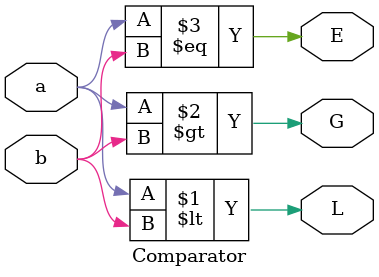
<source format=v>
`timescale 1ns / 1ps
module Comparator(
    output wire L,
	output wire E,
	output wire G,
	input a,
    input b);
	 
	assign L = a < b;
	assign G = a > b;
	assign E = a == b;

endmodule

</source>
